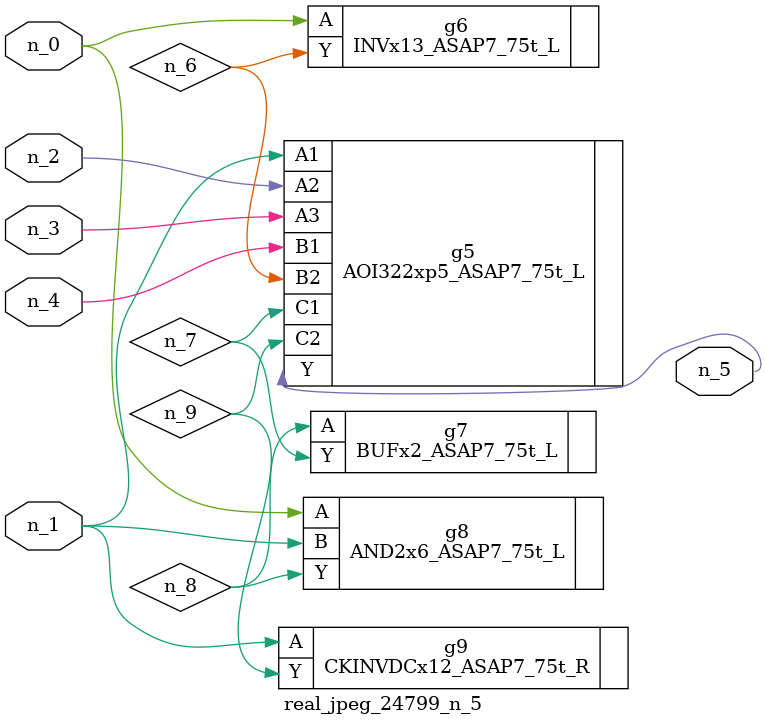
<source format=v>
module real_jpeg_24799_n_5 (n_4, n_0, n_1, n_2, n_3, n_5);

input n_4;
input n_0;
input n_1;
input n_2;
input n_3;

output n_5;

wire n_8;
wire n_6;
wire n_7;
wire n_9;

INVx13_ASAP7_75t_L g6 ( 
.A(n_0),
.Y(n_6)
);

AND2x6_ASAP7_75t_L g8 ( 
.A(n_0),
.B(n_1),
.Y(n_8)
);

AOI322xp5_ASAP7_75t_L g5 ( 
.A1(n_1),
.A2(n_2),
.A3(n_3),
.B1(n_4),
.B2(n_6),
.C1(n_7),
.C2(n_9),
.Y(n_5)
);

CKINVDCx12_ASAP7_75t_R g9 ( 
.A(n_1),
.Y(n_9)
);

BUFx2_ASAP7_75t_L g7 ( 
.A(n_8),
.Y(n_7)
);


endmodule
</source>
